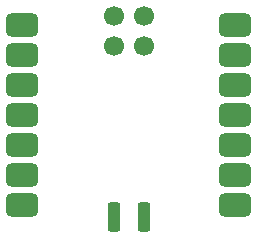
<source format=gbp>
G04 Layer: BottomPasteMaskLayer*
G04 EasyEDA Pro v2.2.44.9, 2025-11-28 14:21:36*
G04 Gerber Generator version 0.3*
G04 Scale: 100 percent, Rotated: No, Reflected: No*
G04 Dimensions in millimeters*
G04 Leading zeros omitted, absolute positions, 4 integers and 5 decimals*
G04 Generated by one-click*
%FSLAX45Y45*%
%MOMM*%
%AMRoundRect*1,1,$1,$2,$3*1,1,$1,$4,$5*1,1,$1,0-$2,0-$3*1,1,$1,0-$4,0-$5*20,1,$1,$2,$3,$4,$5,0*20,1,$1,$4,$5,0-$2,0-$3,0*20,1,$1,0-$2,0-$3,0-$4,0-$5,0*20,1,$1,0-$4,0-$5,$2,$3,0*4,1,4,$2,$3,$4,$5,0-$2,0-$3,0-$4,0-$5,$2,$3,0*%
%ADD10RoundRect,1.0X-0.875X0.5X0.875X0.5*%
%ADD11RoundRect,0.55X-0.275X-0.975X-0.275X0.975*%
%ADD12C,1.7*%
%ADD13C,0.1521*%
G75*


G04 Pad Start*
G54D10*
G01X3236800Y-1155700D03*
G01X3236800Y-1409700D03*
G01X3236800Y-1663700D03*
G01X3236800Y-1917700D03*
G01X3236800Y-2171700D03*
G01X3236800Y-2425700D03*
G01X3236800Y-2679700D03*
G01X1436800Y-2679700D03*
G01X1436800Y-2425700D03*
G01X1436800Y-2171700D03*
G01X1436800Y-1917700D03*
G01X1436800Y-1663700D03*
G01X1436800Y-1409700D03*
G01X1436800Y-1155700D03*
G54D11*
G01X2463800Y-2781700D03*
G01X2209800Y-2781700D03*
G54D12*
G01X2463800Y-1079900D03*
G01X2209800Y-1079900D03*
G01X2463800Y-1333900D03*
G01X2209800Y-1333900D03*
G04 Pad End*

M02*


</source>
